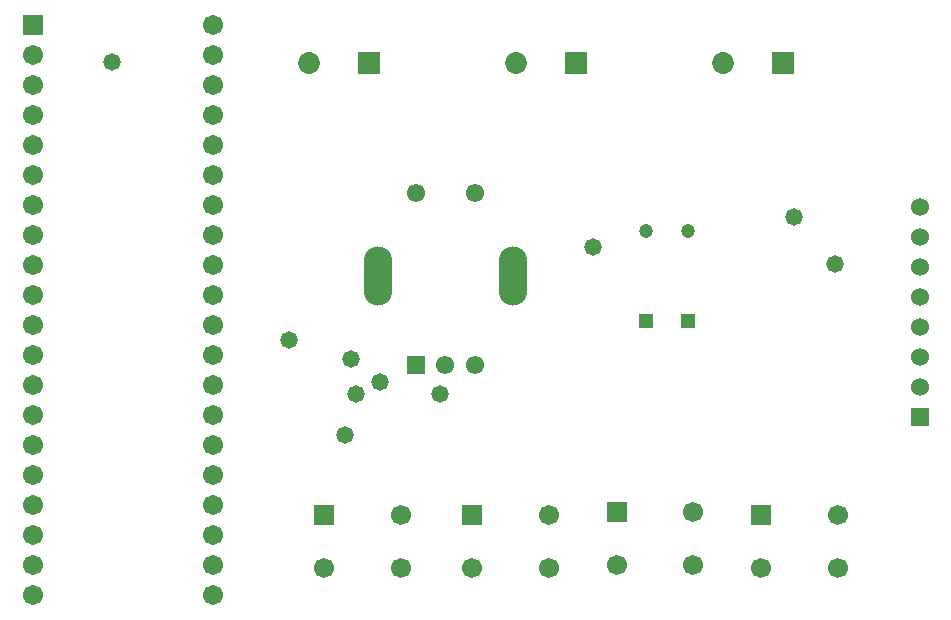
<source format=gbr>
%TF.GenerationSoftware,Altium Limited,Altium Designer,24.7.2 (38)*%
G04 Layer_Color=16711935*
%FSLAX45Y45*%
%MOMM*%
%TF.SameCoordinates,C0304756-74E1-48AD-9E84-610300F6E2F7*%
%TF.FilePolarity,Negative*%
%TF.FileFunction,Soldermask,Bot*%
%TF.Part,Single*%
G01*
G75*
%TA.AperFunction,ComponentPad*%
%ADD18R,1.20000X1.20000*%
%ADD19C,1.20000*%
%ADD22C,1.55000*%
%ADD23R,1.55000X1.55000*%
G04:AMPARAMS|DCode=24|XSize=2.4mm|YSize=5mm|CornerRadius=1.2mm|HoleSize=0mm|Usage=FLASHONLY|Rotation=0.000|XOffset=0mm|YOffset=0mm|HoleType=Round|Shape=RoundedRectangle|*
%AMROUNDEDRECTD24*
21,1,2.40000,2.60000,0,0,0.0*
21,1,0.00000,5.00000,0,0,0.0*
1,1,2.40000,0.00000,-1.30000*
1,1,2.40000,0.00000,-1.30000*
1,1,2.40000,0.00000,1.30000*
1,1,2.40000,0.00000,1.30000*
%
%ADD24ROUNDEDRECTD24*%
%ADD39C,1.70120*%
%ADD40R,1.70120X1.70120*%
%ADD41C,1.85320*%
%ADD42R,1.85320X1.85320*%
%ADD43R,1.52400X1.52400*%
%ADD44C,1.71120*%
%ADD45R,1.71120X1.71120*%
%ADD46C,1.52400*%
%TA.AperFunction,ViaPad*%
%ADD47C,1.47320*%
D18*
X750001Y-31301D02*
D03*
X399999D02*
D03*
D19*
X750001Y731299D02*
D03*
X399999D02*
D03*
D22*
X-1549999Y1049998D02*
D03*
X-1050000D02*
D03*
Y-400002D02*
D03*
X-1299997D02*
D03*
D23*
X-1549999D02*
D03*
D24*
X-1869999Y349999D02*
D03*
X-730001D02*
D03*
D39*
X2025000Y-1675001D02*
D03*
Y-2125002D02*
D03*
X1374999D02*
D03*
X-1674998Y-1675001D02*
D03*
Y-2125002D02*
D03*
X-2324999D02*
D03*
X799998Y-1650002D02*
D03*
Y-2099999D02*
D03*
X149997D02*
D03*
X-425003Y-1675001D02*
D03*
Y-2125002D02*
D03*
X-1074999D02*
D03*
D40*
X1374999Y-1675001D02*
D03*
X-2324999D02*
D03*
X149997Y-1650002D02*
D03*
X-1074999Y-1675001D02*
D03*
D41*
X-2454001Y2150001D02*
D03*
X-699999D02*
D03*
X1050000D02*
D03*
D42*
X-1946001D02*
D03*
X-191999D02*
D03*
X1558000D02*
D03*
D43*
X2716002Y-839503D02*
D03*
D44*
X-3269899Y2220399D02*
D03*
X-4793899Y-2097601D02*
D03*
Y2220399D02*
D03*
Y1966399D02*
D03*
Y1712399D02*
D03*
Y1458399D02*
D03*
Y1204399D02*
D03*
Y950399D02*
D03*
Y696399D02*
D03*
Y442399D02*
D03*
Y188399D02*
D03*
Y-65601D02*
D03*
Y-319601D02*
D03*
Y-573601D02*
D03*
Y-827601D02*
D03*
Y-1081601D02*
D03*
Y-1335601D02*
D03*
Y-1589601D02*
D03*
Y-1843601D02*
D03*
Y-2351601D02*
D03*
X-3269899D02*
D03*
Y-2097601D02*
D03*
Y-1843601D02*
D03*
Y-1589601D02*
D03*
Y-1335601D02*
D03*
Y-1081601D02*
D03*
Y-827601D02*
D03*
Y-573601D02*
D03*
Y-319601D02*
D03*
Y-65601D02*
D03*
Y188399D02*
D03*
Y442399D02*
D03*
Y696399D02*
D03*
Y950399D02*
D03*
Y1204399D02*
D03*
Y1458399D02*
D03*
Y1712399D02*
D03*
Y1966399D02*
D03*
Y2474399D02*
D03*
D45*
X-4793899D02*
D03*
D46*
X2716002Y-77503D02*
D03*
Y-331503D02*
D03*
Y-585503D02*
D03*
Y176497D02*
D03*
Y430497D02*
D03*
Y938497D02*
D03*
Y684497D02*
D03*
D47*
X-2100000Y-350000D02*
D03*
X-2150000Y-1000000D02*
D03*
X-1850000Y-550000D02*
D03*
X-1350000Y-650000D02*
D03*
X-50000Y600000D02*
D03*
X1650000Y850000D02*
D03*
X2000000Y450000D02*
D03*
X-4123380Y2166160D02*
D03*
X-2627320Y-193500D02*
D03*
X-2058360Y-647500D02*
D03*
%TF.MD5,91b1128577076b82988f1578c7e24fab*%
M02*

</source>
